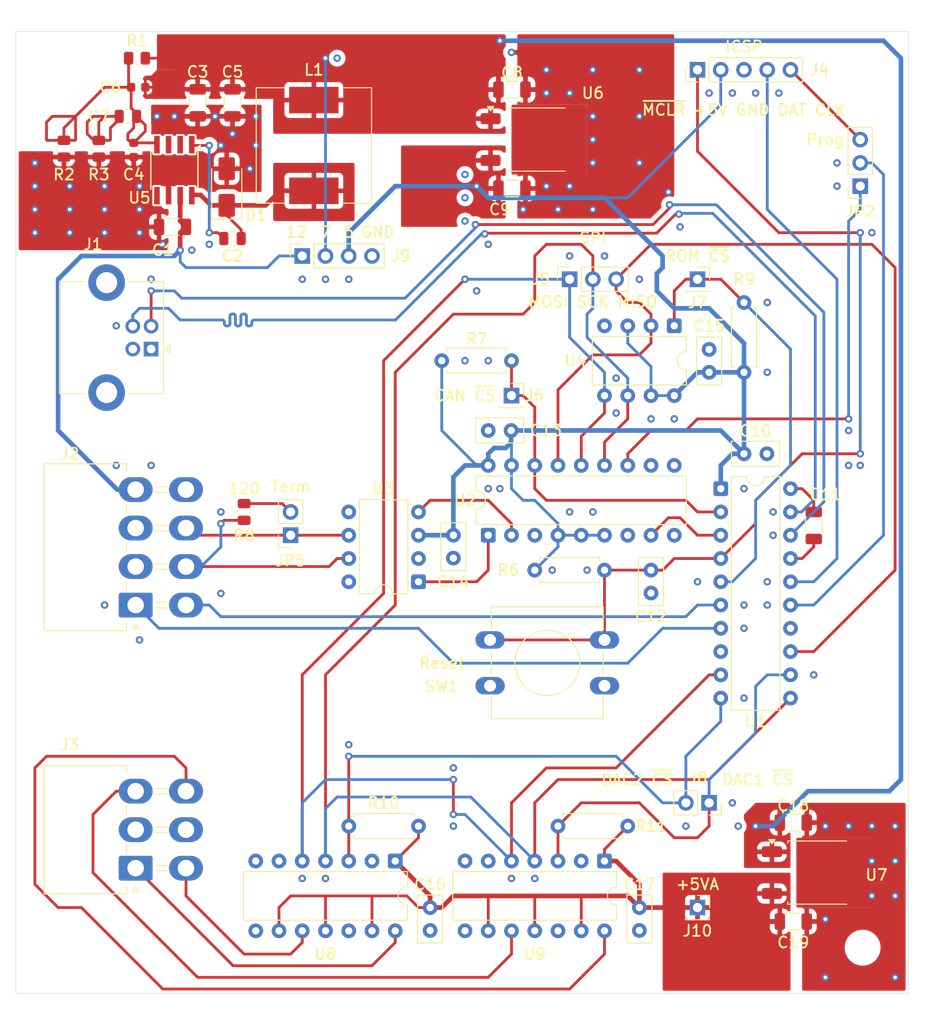
<source format=kicad_pcb>
(kicad_pcb (version 20241229) (generator "pcbnew") (generator_version "9.0")
  (title_block (title "CAN Gauge Interface") (date "2025-09-27") (rev "0.1") (company "Sam Anthony"))
  (layers (0 "F.Cu" signal) (4 "In1.Cu" signal) (6 "In2.Cu" signal) (2 "B.Cu" power) (13 "F.Paste" user) (15 "B.Paste" user) (5 "F.SilkS" user "F.Silkscreen") (7 "B.SilkS" user "B.Silkscreen") (1 "F.Mask" user) (3 "B.Mask" user) (25 "Edge.Cuts" user))
  (net 0 "")
  (net 1 "GND")
  (net 2 "+12V")
  (net 3 "Net-(U5-BOOT)")
  (net 4 "+7V")
  (net 5 "Net-(C7-Pad2)")
  (net 6 "+5V")
  (net 7 "Net-(U1-Vusb3v3)")
  (net 8 "/~{MCLR}")
  (net 9 "+5VA")
  (net 10 "/USB_D+")
  (net 11 "/USB_D-")
  (net 14 "/CAN_L")
  (net 15 "/Speed")
  (net 16 "/Tach")
  (net 17 "/CAN_H")
  (net 18 "/AN4")
  (net 19 "/AN2")
  (net 20 "/AN3")
  (net 21 "/AN1")
  (net 22 "/ICSP_CLK")
  (net 23 "/ICSP_DAT")
  (net 24 "/SCK")
  (net 25 "/MOSI")
  (net 26 "/MISO")
  (net 27 "/CAN_~{CS}")
  (net 28 "/ROM_~{CS}")
  (net 29 "/DAC2_~{CS}")
  (net 30 "/DAC1_~{CS}")
  (net 31 "/INT{slash}ICSP_CLK")
  (net 32 "/INT")
  (net 33 "Net-(JP5-B)")
  (net 35 "/CLK")
  (net 38 "/CAN_RX")
  (net 39 "/CAN_TX")
  (net 52 "/PH")
  (net 53 "/sense")
  (footprint "Connector_PinSocket_2.54mm:PinSocket_1x01_P2.54mm_Vertical" (layer "F.Cu") (at 124.46 129.54)
    (property "Reference" "J7")
    (property "Value" "ROM ~{CS}")
  )
  (footprint "Capacitor_SMD:C_1206_3216Metric" (layer "F.Cu") (at 104.189 119.634)
    (property "Reference" "C9")
    (property "Value" "10u" (hide yes))
  )
  (footprint "Capacitor_SMD:C_0805_2012Metric" (layer "F.Cu") (at 62.23 111.76 180)
    (property "Reference" "C7")
    (property "Value" "47n" (hide yes))
  )
  (footprint "Connector_PinSocket_2.54mm:PinSocket_1x04_P2.54mm_Vertical" (layer "F.Cu") (at 81.28 127 90)
    (property "Reference" "J9")
    (property "Value" "Conn_01x04_Socket" (hide yes))
  )
  (footprint "MountingHole:MountingHole_3.2mm_M3_DIN965" (layer "F.Cu") (at 55 202.5)
    (property "Reference" "H1" (hide yes))
    (property "Value" "MountingHole" (hide yes))
  )
  (footprint "Capacitor_SMD:C_1206_3216Metric" (layer "F.Cu") (at 134.923 199.644)
    (property "Reference" "C19")
    (property "Value" "10u" (hide yes))
  )
  (footprint "Resistor_THT:R_Axial_DIN0207_L6.3mm_D2.5mm_P7.62mm_Horizontal" (layer "F.Cu") (at 93.98 189.23 180)
    (property "Reference" "R10")
    (property "Value" "10k" (hide yes))
  )
  (footprint "Capacitor_SMD:C_1206_3216Metric" (layer "F.Cu") (at 134.923 188.849)
    (property "Reference" "C18")
    (property "Value" "10u" (hide yes))
  )
  (footprint "Package_TO_SOT_SMD:TO-252-2" (layer "F.Cu") (at 106.894 114.294)
    (property "Reference" "U6")
    (property "Value" "L78M05AB" (hide yes))
  )
  (footprint "Capacitor_THT:C_Disc_D5.0mm_W2.5mm_P2.50mm" (layer "F.Cu") (at 95.25 198.12 -90)
    (property "Reference" "C16")
    (property "Value" "100n" (hide yes))
  )
  (footprint "MountingHole:MountingHole_3.2mm_M3_DIN965" (layer "F.Cu") (at 142.5 202.5)
    (property "Reference" "H2" (hide yes))
    (property "Value" "MountingHole" (hide yes))
  )
  (footprint "Capacitor_SMD:C_0603_1608Metric" (layer "F.Cu") (at 62.865 115.43 -90)
    (property "Reference" "C4")
    (property "Value" "220p" (hide yes))
  )
  (footprint "footprints:Molex_Mini-Fit_Jr_5569-06A2_2x03_P4.20mm_Horizontal" (layer "F.Cu") (at 63.08 193.82 90)
    (property "Reference" "J3")
    (property "Value" "Analog")
  )
  (footprint "Resistor_SMD:R_0805_2012Metric" (layer "F.Cu") (at 63.2225 105.41)
    (property "Reference" "R1")
    (property "Value" "10k" (hide yes))
  )
  (footprint "footprints:USB_B_Lumberg_2411_02_Horizontal" (layer "F.Cu") (at 64.77 137.16 180)
    (property "Reference" "J1")
    (property "Value" "USB_B" (hide yes))
  )
  (footprint "Connector_PinSocket_2.54mm:PinSocket_1x02_P2.54mm_Vertical" (layer "F.Cu") (at 80.01 157.48 180)
    (property "Reference" "JP5")
    (property "Value" "Term")
  )
  (footprint "Capacitor_SMD:C_0603_1608Metric" (layer "F.Cu") (at 63.36 108.585)
    (property "Reference" "C6")
    (property "Value" "3300p" (hide yes))
  )
  (footprint "Inductor_SMD:L_12x12mm_H8mm" (layer "F.Cu") (at 82.55 114.935 90)
    (property "Reference" "L1")
    (property "Value" "150u" (hide yes))
  )
  (footprint "MountingHole:MountingHole_3.2mm_M3_DIN965" (layer "F.Cu") (at 55 107.5)
    (property "Reference" "H4" (hide yes))
    (property "Value" "MountingHole" (hide yes))
  )
  (footprint "Resistor_SMD:R_0805_2012Metric" (layer "F.Cu") (at 55.245 115.2925 -90)
    (property "Reference" "R2")
    (property "Value" "3k24" (hide yes))
  )
  (footprint "Resistor_THT:R_Axial_DIN0207_L6.3mm_D2.5mm_P7.62mm_Horizontal" (layer "F.Cu") (at 106.68 161.29)
    (property "Reference" "R6")
    (property "Value" "10k" (hide yes))
  )
  (footprint "Connector_PinSocket_2.54mm:PinSocket_1x02_P2.54mm_Vertical" (layer "F.Cu") (at 125.73 186.69 -90)
    (property "Reference" "J8")
    (property "Value" "DAC ~{CS}" (hide yes))
  )
  (footprint "Button_Switch_THT:SW_PUSH-12mm" (layer "F.Cu") (at 114.3 173.91 180)
    (property "Reference" "SW1")
    (property "Value" "Reset")
  )
  (footprint "Capacitor_SMD:C_1206_3216Metric" (layer "F.Cu") (at 69.85 110.285 -90)
    (property "Reference" "C3")
    (property "Value" "22u" (hide yes))
  )
  (footprint "Connector_PinSocket_2.54mm:PinSocket_1x01_P2.54mm_Vertical" (layer "F.Cu") (at 104.14 142.24)
    (property "Reference" "J6")
    (property "Value" "CAN ~{CS}")
  )
  (footprint "Resistor_THT:R_Axial_DIN0207_L6.3mm_D2.5mm_P7.62mm_Horizontal" (layer "F.Cu") (at 129.54 139.7 90)
    (property "Reference" "R9")
    (property "Value" "10k" (hide yes))
  )
  (footprint "Connector_PinSocket_2.54mm:PinSocket_1x03_P2.54mm_Vertical" (layer "F.Cu") (at 142.24 119.38 180)
    (property "Reference" "JP2")
    (property "Value" "Prog")
  )
  (footprint "Package_DIP:DIP-14_W7.62mm" (layer "F.Cu") (at 91.44 193.04 -90)
    (property "Reference" "U8")
    (property "Value" "MCP4912" (hide yes))
  )
  (footprint "Diode_SMD:D_SMA" (layer "F.Cu") (at 73.025 119.475 90)
    (property "Reference" "D1")
    (property "Value" "SS34" (hide yes))
  )
  (footprint "footprints:Molex_Mini-Fit_Jr_5569-08A2_2x04_P4.20mm_Horizontal" (layer "F.Cu") (at 63.08 165.1 90)
    (property "Reference" "J2")
    (property "Value" "Conn_02x04_Top_Bottom")
  )
  (footprint "Resistor_SMD:R_0805_2012Metric" (layer "F.Cu") (at 59.055 115.2925 -90)
    (property "Reference" "R3")
    (property "Value" "2k7" (hide yes))
  )
  (footprint "Package_DIP:DIP-8_W7.62mm" (layer "F.Cu") (at 93.98 162.56 180)
    (property "Reference" "U3")
    (property "Value" "MCP2561-E-P" (hide yes))
  )
  (footprint "Resistor_THT:R_Axial_DIN0207_L6.3mm_D2.5mm_P7.62mm_Horizontal" (layer "F.Cu") (at 96.52 138.43)
    (property "Reference" "R7")
    (property "Value" "10k" (hide yes))
  )
  (footprint "Capacitor_SMD:C_1206_3216Metric" (layer "F.Cu") (at 73.66 110.285 -90)
    (property "Reference" "C5")
    (property "Value" "22u" (hide yes))
  )
  (footprint "Connector_PinHeader_2.54mm:PinHeader_1x05_P2.54mm_Vertical" (layer "F.Cu") (at 124.46 106.68 90)
    (property "Reference" "J4")
    (property "Value" "ICSP")
  )
  (footprint "Capacitor_THT:C_Disc_D5.0mm_W2.5mm_P2.50mm" (layer "F.Cu") (at 97.79 159.98 90)
    (property "Reference" "C14")
    (property "Value" "100n" (hide yes))
  )
  (footprint "Connector_PinSocket_2.54mm:PinSocket_1x03_P2.54mm_Vertical" (layer "F.Cu") (at 110.49 129.54 90)
    (property "Reference" "J5")
    (property "Value" "SPI Debug" (hide yes))
  )
  (footprint "Capacitor_SMD:C_1206_3216Metric" (layer "F.Cu") (at 104.189 108.839)
    (property "Reference" "C8")
    (property "Value" "10u" (hide yes))
  )
  (footprint "Connector_PinSocket_2.54mm:PinSocket_1x01_P2.54mm_Vertical" (layer "F.Cu") (at 124.46 198.12)
    (property "Reference" "J10")
    (property "Value" "+5VA")
  )
  (footprint "Package_DIP:DIP-20_W7.62mm" (layer "F.Cu") (at 127 152.4)
    (property "Reference" "U1")
    (property "Value" "PIC16F1459-IP" (hide yes))
  )
  (footprint "Capacitor_SMD:C_0805_2012Metric" (layer "F.Cu") (at 73.66 125.095)
    (property "Reference" "C2")
    (property "Value" "10n" (hide yes))
  )
  (footprint "Package_SO:TI_SO-PowerPAD-8" (layer "F.Cu") (at 67.31 117.635 -90)
    (property "Reference" "U5")
    (property "Value" "TPS5430DDA" (hide yes))
  )
  (footprint "Capacitor_THT:C_Disc_D5.0mm_W2.5mm_P2.50mm" (layer "F.Cu") (at 119.38 161.29 -90)
    (property "Reference" "C12")
    (property "Value" "100n" (hide yes))
  )
  (footprint "Capacitor_THT:C_Disc_D5.0mm_W2.5mm_P2.50mm" (layer "F.Cu") (at 118.11 198.12 -90)
    (property "Reference" "C17")
    (property "Value" "100n" (hide yes))
  )
  (footprint "Resistor_SMD:R_0805_2012Metric" (layer "F.Cu") (at 74.93 154.94 -90)
    (property "Reference" "R8")
    (property "Value" "120")
  )
  (footprint "Capacitor_THT:C_Disc_D5.0mm_W2.5mm_P2.50mm" (layer "F.Cu") (at 129.54 148.59)
    (property "Reference" "C10")
    (property "Value" "100n" (hide yes))
  )
  (footprint "MountingHole:MountingHole_3.2mm_M3_DIN965" (layer "F.Cu") (at 142.5 107.5)
    (property "Reference" "H3" (hide yes))
    (property "Value" "MountingHole" (hide yes))
  )
  (footprint "Capacitor_THT:C_Disc_D5.0mm_W2.5mm_P2.50mm" (layer "F.Cu") (at 101.6 146.05)
    (property "Reference" "C13")
    (property "Value" "100n" (hide yes))
  )
  (footprint "Resistor_THT:R_Axial_DIN0207_L6.3mm_D2.5mm_P7.62mm_Horizontal" (layer "F.Cu") (at 116.84 189.23 180)
    (property "Reference" "R11")
    (property "Value" "10k" (hide yes))
  )
  (footprint "Package_DIP:DIP-18_W7.62mm" (layer "F.Cu") (at 101.6 157.48 90)
    (property "Reference" "U2")
    (property "Value" "MCP2515-I/P" (hide yes))
  )
  (footprint "Capacitor_SMD:C_1206_3216Metric" (layer "F.Cu") (at 137.16 156.415 90)
    (property "Reference" "C11")
    (property "Value" "1u" (hide yes))
  )
  (footprint "Package_DIP:DIP-8_W7.62mm" (layer "F.Cu") (at 121.92 134.62 -90)
    (property "Reference" "U4")
    (property "Value" "25LC160C" (hide yes))
  )
  (footprint "Package_TO_SOT_SMD:TO-252-2" (layer "F.Cu") (at 137.628 194.304)
    (property "Reference" "U7")
    (property "Value" "L78M05AB" (hide yes))
  )
  (footprint "Capacitor_SMD:C_1206_3216Metric" (layer "F.Cu") (at 67.105 123.825 180)
    (property "Reference" "C1")
    (property "Value" "22u" (hide yes))
  )
  (footprint "Capacitor_THT:C_Disc_D5.0mm_W2.5mm_P2.50mm" (layer "F.Cu") (at 125.73 137.2 -90)
    (property "Reference" "C15")
    (property "Value" "100n" (hide yes))
  )
  (footprint "Package_DIP:DIP-14_W7.62mm" (layer "F.Cu") (at 114.3 193.04 -90)
    (property "Reference" "U9")
    (property "Value" "MCP4912" (hide yes))
  )
  (gr_rect (start 50 102.5) (end 147.5 207.5) (stroke (width 0.05)) (fill no) (layer "Edge.Cuts"))
  (gr_text "SPI" (at 113.03 125.73 0) (layer "F.SilkS") (effects (font (size 1.2 1.2) (thickness 0.2) (bold yes)) (justify bottom)))
  (gr_text "12" (at 80.645 125.095 0) (layer "F.SilkS") (effects (font (size 1.2 1.2) (thickness 0.2) (bold yes)) (justify bottom)))
  (gr_text "~{MCLR} +5V GND DAT CLK" (at 129.54 111.76 0) (layer "F.SilkS") (effects (font (size 1.2 1.2) (thickness 0.2) (bold yes)) (justify bottom)))
  (gr_text "GND" (at 89.535 125.095 0) (layer "F.SilkS") (effects (font (size 1.2 1.2) (thickness 0.2) (bold yes)) (justify bottom)))
  (gr_text "7\n" (at 83.82 125.095 0) (layer "F.SilkS") (effects (font (size 1.2 1.2) (thickness 0.2) (bold yes)) (justify bottom)))
  (gr_text "DAC2 ~{CS}" (at 121.92 184.15 0) (layer "F.SilkS") (effects (font (size 1.2 1.2) (thickness 0.2) (bold yes)) (justify right)))
  (gr_text "DAC1 ~{CS}" (at 127 184.15 0) (layer "F.SilkS") (effects (font (size 1.2 1.2) (thickness 0.2) (bold yes)) (justify left)))
  (gr_text "MOSI SCK MISO" (at 113.03 132.715 0) (layer "F.SilkS") (effects (font (size 1.2 1.2) (thickness 0.2) (bold yes)) (justify bottom)))
  (gr_text "5" (at 86.36 125.095 0) (layer "F.SilkS") (effects (font (size 1.2 1.2) (thickness 0.2) (bold yes)) (justify bottom)))
  (segment (start 134.62 152.4) (end 135.89 152.4) (width 0.3048) (layer "F.Cu") (net 1))
  (segment (start 105.664 105.664) (end 105.664 108.839) (width 0.508) (layer "F.Cu") (net 1))
  (segment (start 104.14 104.775) (end 104.775 104.775) (width 0.508) (layer "F.Cu") (net 1))
  (segment (start 66.675 118.3775) (end 66.535 118.2375) (width 0.508) (layer "F.Cu") (net 1))
  (segment (start 137.16 153.67) (end 137.16 154.94) (width 0.3048) (layer "F.Cu") (net 1))
  (segment (start 104.775 104.775) (end 105.664 105.664) (width 0.508) (layer "F.Cu") (net 1))
  (segment (start 135.89 152.4) (end 137.16 153.67) (width 0.3048) (layer "F.Cu") (net 1))
  (segment (start 66.675 120.415) (end 66.675 118.3775) (width 0.508) (layer "F.Cu") (net 1))
  (via (at 128.27 109.22) (size 0.8128) (drill 0.4) (layers "F.Cu" "B.Cu") (net 1))
  (via (at 66.04 125.73) (size 0.8128) (drill 0.4) (layers "F.Cu" "B.Cu") (net 1))
  (via (at 71.755 111.76) (size 0.8128) (drill 0.4) (layers "F.Cu" "B.Cu") (net 1))
  (via (at 73.66 113.665) (size 0.8128) (drill 0.4) (layers "F.Cu" "B.Cu") (net 1))
  (via (at 122.555 123.825) (size 0.8128) (drill 0.4) (layers "F.Cu" "B.Cu") (net 1))
  (via (at 99.06 138.43) (size 0.8128) (drill 0.4) (layers "F.Cu" "B.Cu") (net 1))
  (via (at 63.5 124.46) (size 0.8128) (drill 0.4) (layers "F.Cu" "B.Cu") (net 1))
  (via (at 139.7 116.84) (size 0.8128) (drill 0.4) (layers "F.Cu" "B.Cu") (net 1))
  (via (at 110.49 109.22) (size 0.8128) (drill 0.4) (layers "F.Cu" "B.Cu") (net 1))
  (via (at 125.73 109.22) (size 0.8128) (drill 0.4) (layers "F.Cu" "B.Cu") (net 1))
  (via (at 113.03 111.76) (size 0.8128) (drill 0.4) (layers "F.Cu" "B.Cu") (net 1))
  (via (at 146.05 196.85) (size 0.8128) (drill 0.4) (layers "F.Cu" "B.Cu") (net 1))
  (via (at 118.11 129.54) (size 0.8128) (drill 0.4) (layers "F.Cu" "B.Cu") (net 1))
  (via (at 67.31 111.76) (size 0.8128) (drill 0.4) (layers "F.Cu" "B.Cu") (net 1))
  (via (at 110.49 119.38) (size 0.8128) (drill 0.4) (layers "F.Cu" "B.Cu") (net 1))
  (via (at 138.43 199.39) (size 0.8128) (drill 0.4) (layers "F.Cu" "B.Cu") (net 1))
  (via (at 69.215 126.365) (size 0.8128) (drill 0.4) (layers "F.Cu" "B.Cu") (net 1))
  (via (at 119.38 144.78) (size 0.8128) (drill 0.4) (layers "F.Cu" "B.Cu") (net 1))
  (via (at 146.05 193.04) (size 0.8128) (drill 0.4) (layers "F.Cu" "B.Cu") (net 1))
  (via (at 143.51 189.23) (size 0.8128) (drill 0.4) (layers "F.Cu" "B.Cu") (net 1))
  (via (at 75.565 117.475) (size 0.8128) (drill 0.4) (layers "F.Cu" "B.Cu") (net 1))
  (via (at 104.14 104.775) (size 0.8128) (drill 0.4) (layers "F.Cu" "B.Cu") (net 1))
  (via (at 81.28 129.54) (size 0.8128) (drill 0.4) (layers "F.Cu" "B.Cu") (net 1))
  (via (at 118.11 116.84) (size 0.8128) (drill 0.4) (layers "F.Cu" "B.Cu") (net 1))
  (via (at 65.405 111.76) (size 0.8128) (drill 0.4) (layers "F.Cu" "B.Cu") (net 1))
  (via (at 55.88 121.92) (size 0.8128) (drill 0.4) (layers "F.Cu" "B.Cu") (net 1))
  (via (at 121.285 120.015) (size 0.8128) (drill 0.4) (layers "F.Cu" "B.Cu") (net 1))
  (via (at 132.08 139.7) (size 0.8128) (drill 0.4) (layers "F.Cu" "B.Cu") (net 1))
  (via (at 138.43 189.23) (size 0.8128) (drill 0.4) (layers "F.Cu" "B.Cu") (net 1))
  (via (at 132.08 162.56) (size 0.8128) (drill 0.4) (layers "F.Cu" "B.Cu") (net 1))
  (via (at 110.49 127) (size 0.8128) (drill 0.4) (layers "F.Cu" "B.Cu") (net 1))
  (via (at 60.96 149.86) (size 0.8128) (drill 0.4) (layers "F.Cu" "B.Cu") (net 1))
  (via (at 128.905 189.23) (size 0.8128) (drill 0.4) (layers "F.Cu" "B.Cu") (net 1))
  (via (at 107.95 119.38) (size 0.8128) (drill 0.4) (layers "F.Cu" "B.Cu") (net 1))
  (via (at 99.06 120.65) (size 0.8128) (drill 0.4) (layers "F.Cu" "B.Cu") (net 1))
  (via (at 140.97 149.86) (size 0.8128) (drill 0.4) (layers "F.Cu" "B.Cu") (net 1))
  (via (at 142.24 149.86) (size 0.8128) (drill 0.4) (layers "F.Cu" "B.Cu") (net 1))
  (via (at 132.715 157.48) (size 0.8128) (drill 0.4) (layers "F.Cu" "B.Cu") (net 1))
  (via (at 64.77 149.86) (size 0.8128) (drill 0.4) (layers "F.Cu" "B.Cu") (net 1))
  (via (at 143.51 124.46) (size 0.8128) (drill 0.4) (layers "F.Cu" "B.Cu") (net 1))
  (via (at 128.27 186.69) (size 0.8128) (drill 0.4) (layers "F.Cu" "B.Cu") (net 1))
  (via (at 132.08 165.1) (size 0.8128) (drill 0.4) (layers "F.Cu" "B.Cu") (net 1))
  (via (at 85.09 105.41) (size 0.8128) (drill 0.4) (layers "F.Cu" "B.Cu") (net 1))
  (via (at 129.54 165.1) (size 0.8128) (drill 0.4) (layers "F.Cu" "B.Cu") (net 1))
  (via (at 130.81 109.22) (size 0.8128) (drill 0.4) (layers "F.Cu" "B.Cu") (net 1))
  (via (at 52.07 116.84) (size 0.8128) (drill 0.4) (layers "F.Cu" "B.Cu") (net 1))
  (via (at 129.54 152.4) (size 0.8128) (drill 0.4) (layers "F.Cu" "B.Cu") (net 1))
  (via (at 52.07 119.38) (size 0.8128) (drill 0.4) (layers "F.Cu" "B.Cu") (net 1))
  (via (at 59.69 165.1) (size 0.8128) (drill 0.4) (layers "F.Cu" "B.Cu") (net 1))
  (via (at 146.05 205.74) (size 0.8128) (drill 0.4) (layers "F.Cu" "B.Cu") (net 1))
  (via (at 101.6 125.73) (size 0.8128) (drill 0.4) (layers "F.Cu" "B.Cu") (net 1))
  (via (at 133.35 109.22) (size 0.8128) (drill 0.4) (layers "F.Cu" "B.Cu") (net 1))
  (via (at 109.22 121.92) (size 0.8128) (drill 0.4) (layers "F.Cu" "B.Cu") (net 1))
  (via (at 59.69 121.92) (size 0.8128) (drill 0.4) (layers "F.Cu" "B.Cu") (net 1))
  (via (at 115.57 140.335) (size 0.8128) (drill 0.4) (layers "F.Cu" "B.Cu") (net 1))
  (via (at 55.88 119.38) (size 0.8128) (drill 0.4) (layers "F.Cu" "B.Cu") (net 1))
  (via (at 72.39 163.83) (size 0.8128) (drill 0.4) (layers "F.Cu" "B.Cu") (net 1))
  (via (at 86.36 129.54) (size 0.8128) (drill 0.4) (layers "F.Cu" "B.Cu") (net 1))
  (via (at 106.68 194.945) (size 0.8128) (drill 0.4) (layers "F.Cu" "B.Cu") (net 1))
  (via (at 76.2 114.935) (size 0.8128) (drill 0.4) (layers "F.Cu" "B.Cu") (net 1))
  (via (at 112.395 161.29) (size 0.8128) (drill 0.4) (layers "F.Cu" "B.Cu") (net 1))
  (via (at 63.5 168.91) (size 0.8128) (drill 0.4) (layers "F.Cu" "B.Cu") (net 1))
  (via (at 121.92 144.78) (size 0.8128) (drill 0.4) (layers "F.Cu" "B.Cu") (net 1))
  (via (at 140.97 189.23) (size 0.8128) (drill 0.4) (layers "F.Cu" "B.Cu") (net 1))
  (via (at 113.03 114.3) (size 0.8128) (drill 0.4) (layers "F.Cu" "B.Cu") (net 1))
  (via (at 60.96 134.62) (size 0.8128) (drill 0.4) (layers "F.Cu" "B.Cu") (net 1))
  (via (at 115.57 144.145) (size 0.8128) (drill 0.4) (layers "F.Cu" "B.Cu") (net 1))
  (via (at 118.11 111.76) (size 0.8128) (drill 0.4) (layers "F.Cu" "B.Cu") (net 1))
  (via (at 71.12 125.73) (size 0.8128) (drill 0.4) (layers "F.Cu" "B.Cu") (net 1))
  (via (at 105.41 121.92) (size 0.8128) (drill 0.4) (layers "F.Cu" "B.Cu") (net 1))
  (via (at 138.43 205.74) (size 0.8128) (drill 0.4) (layers "F.Cu" "B.Cu") (net 1))
  (via (at 99.06 118.11) (size 0.8128) (drill 0.4) (layers "F.Cu" "B.Cu") (net 1))
  (via (at 100.33 130.81) (size 0.8128) (drill 0.4) (layers "F.Cu" "B.Cu") (net 1))
  (via (at 102.87 152.4) (size 0.8128) (drill 0.4) (layers "F.Cu" "B.Cu") (net 1))
  (via (at 72.39 114.935) (size 0.8128) (drill 0.4) (layers "F.Cu" "B.Cu") (net 1))
  (via (at 123.19 189.23) (size 0.8128) (drill 0.4) (layers "F.Cu" "B.Cu") (net 1))
  (via (at 83.82 129.54) (size 0.8128) (drill 0.4) (layers "F.Cu" "B.Cu") (net 1))
  (via (at 64.77 129.54) (size 0.8128) (drill 0.4) (layers "F.Cu" "B.Cu") (net 1))
  (via (at 104.14 194.945) (size 0.8128) (drill 0.4) (layers "F.Cu" "B.Cu") (net 1))
  (via (at 101.6 152.4) (size 0.8128) (drill 0.4) (layers "F.Cu" "B.Cu") (net 1))
  (via (at 63.5 121.92) (size 0.8128) (drill 0.4) (layers "F.Cu" "B.Cu") (net 1))
  (via (at 137.16 172.72) (size 0.8128) (drill 0.4) (layers "F.Cu" "B.Cu") (net 1))
  (via (at 107.95 109.22) (size 0.8128) (drill 0.4) (layers "F.Cu" "B.Cu") (net 1))
  (via (at 101.6 138.43) (size 0.8128) (drill 0.4) (layers "F.Cu" "B.Cu") (net 1))
  (via (at 97.79 189.23) (size 0.8128) (drill 0.4) (layers "F.Cu" "B.Cu") (net 1))
  (via (at 118.11 106.68) (size 0.8128) (drill 0.4) (layers "F.Cu" "B.Cu") (net 1))
  (via (at 52.07 124.46) (size 0.8128) (drill 0.4) (layers "F.Cu" "B.Cu") (net 1))
  (via (at 139.7 119.38) (size 0.8128) (drill 0.4) (layers "F.Cu" "B.Cu") (net 1))
  (via (at 83.82 194.945) (size 0.8128) (drill 0.4) (layers "F.Cu" "B.Cu") (net 1))
  (via (at 146.05 189.23) (size 0.8128) (drill 0.4) (layers "F.Cu" "B.Cu") (net 1))
  (via (at 113.03 121.92) (size 0.8128) (drill 0.4) (layers "F.Cu" "B.Cu") (net 1))
  (via (at 113.03 106.68) (size 0.8128) (drill 0.4) (layers "F.Cu" "B.Cu") (net 1))
  (via (at 72.39 154.94) (size 0.8128) (drill 0.4) (layers "F.Cu" "B.Cu") (net 1))
  (via (at 59.69 119.38) (size 0.8128) (drill 0.4) (layers "F.Cu" "B.Cu") (net 1))
  (via (at 129.54 175.26) (size 0.8128) (drill 0.4) (layers "F.Cu" "B.Cu") (net 1))
  (via (at 132.08 132.08) (size 0.8128) (drill 0.4) (layers "F.Cu" "B.Cu") (net 1))
  (via (at 81.28 194.945) (size 0.8128) (drill 0.4) (layers "F.Cu" "B.Cu") (net 1))
  (via (at 97.79 182.88) (size 0.8128) (drill 0.4) (layers "F.Cu" "B.Cu") (net 1))
  (via (at 124.46 162.56) (size 0.8128) (drill 0.4) (layers "F.Cu" "B.Cu") (net 1))
  (via (at 55.88 124.46) (size 0.8128) (drill 0.4) (layers "F.Cu" "B.Cu") (net 1))
  (via (at 108.585 161.29) (size 0.8128) (drill 0.4) (layers "F.Cu" "B.Cu") (net 1))
  (via (at 132.715 154.94) (size 0.8128) (drill 0.4) (layers "F.Cu" "B.Cu") (net 1))
  (via (at 143.51 196.85) (size 0.8128) (drill 0.4) (layers "F.Cu" "B.Cu") (net 1))
  (via (at 110.49 154.94) (size 0.8128) (drill 0.4) (layers "F.Cu" "B.Cu") (net 1))
  (via (at 113.03 154.94) (size 0.8128) (drill 0.4) (layers "F.Cu" "B.Cu") (net 1))
  (via (at 113.03 116.84) (size 0.8128) (drill 0.4) (layers "F.Cu" "B.Cu") (net 1))
  (via (at 63.5 119.38) (size 0.8128) (drill 0.4) (layers "F.Cu" "B.Cu") (net 1))
  (via (at 59.69 124.46) (size 0.8128) (drill 0.4) (layers "F.Cu" "B.Cu") (net 1))
  (via (at 76.2 111.76) (size 0.8128) (drill 0.4) (layers "F.Cu" "B.Cu") (net 1))
  (via (at 86.36 180.34) (size 0.8128) (drill 0.4) (layers "F.Cu" "B.Cu") (net 1))
  (via (at 129.54 167.64) (size 0.8128) (drill 0.4) (layers "F.Cu" "B.Cu") (net 1))
  (via (at 143.51 193.04) (size 0.8128) (drill 0.4) (layers "F.Cu" "B.Cu") (net 1))
  (via (at 99.06 123.19) (size 0.8128) (drill 0.4) (layers "F.Cu" "B.Cu") (net 1))
  (via (at 107.95 106.68) (size 0.8128) (drill 0.4) (layers "F.Cu" "B.Cu") (net 1))
  (via (at 52.07 121.92) (size 0.8128) (drill 0.4) (layers "F.Cu" "B.Cu") (net 1))
  (via (at 114.3 127) (size 0.8128) (drill 0.4) (layers "F.Cu" "B.Cu") (net 1))
  (via (at 140.97 146.05) (size 0.8128) (drill 0.4) (layers "F.Cu" "B.Cu") (net 1))
  (segment (start 67.945 124.46) (end 67.945 126.365) (width 0.508) (layer "F.Cu") (net 2))
  (segment (start 67.945 123.19) (end 68.58 123.825) (width 0.508) (layer "F.Cu") (net 2))
  (segment (start 68.58 123.825) (end 67.945 124.46) (width 0.508) (layer "F.Cu") (net 2))
  (segment (start 67.945 120.335) (end 67.945 123.19) (width 0.508) (layer "F.Cu") (net 2))
  (via (at 67.945 126.365) (size 0.8128) (drill 0.4) (layers "F.Cu" "B.Cu") (net 2))
  (segment (start 54.61 146.05) (end 61.06 152.5) (width 0.508) (layer "B.Cu") (net 2))
  (segment (start 67.945 126.365) (end 67.31 127) (width 0.508) (layer "B.Cu") (net 2))
  (segment (start 77.47 128.27) (end 68.58 128.27) (width 0.3048) (layer "B.Cu") (net 2))
  (segment (start 68.58 128.27) (end 67.945 127.635) (width 0.3048) (layer "B.Cu") (net 2))
  (segment (start 67.31 127) (end 57.15 127) (width 0.508) (layer "B.Cu") (net 2))
  (segment (start 57.15 127) (end 54.61 129.54) (width 0.508) (layer "B.Cu") (net 2))
  (segment (start 61.06 152.5) (end 63.08 152.5) (width 0.508) (layer "B.Cu") (net 2))
  (segment (start 78.74 127) (end 77.47 128.27) (width 0.3048) (layer "B.Cu") (net 2))
  (segment (start 54.61 129.54) (end 54.61 146.05) (width 0.508) (layer "B.Cu") (net 2))
  (segment (start 81.28 127) (end 78.74 127) (width 0.3048) (layer "B.Cu") (net 2))
  (segment (start 67.945 127.635) (end 67.945 126.365) (width 0.3048) (layer "B.Cu") (net 2))
  (segment (start 69.215 114.935) (end 71.12 114.935) (width 0.3048) (layer "F.Cu") (net 3))
  (segment (start 72.075 124.46) (end 72.71 125.095) (width 0.3048) (layer "F.Cu") (net 3))
  (segment (start 71.12 124.46) (end 72.075 124.46) (width 0.3048) (layer "F.Cu") (net 3))
  (via (at 71.12 114.935) (size 0.8128) (drill 0.4) (layers "F.Cu" "B.Cu") (net 3))
  (via (at 71.12 124.46) (size 0.8128) (drill 0.4) (layers "F.Cu" "B.Cu") (net 3))
  (segment (start 71.12 114.935) (end 71.12 124.46) (width 0.3048) (layer "B.Cu") (net 3))
  (segment (start 83.82 105.41) (end 82.55 106.68) (width 0.3048) (layer "F.Cu") (net 4))
  (segment (start 102.714 103.661) (end 102.87 103.505) (width 0.508) (layer "F.Cu") (net 4))
  (segment (start 69.85 107.315) (end 69.85 108.81) (width 0.3048) (layer "F.Cu") (net 4))
  (segment (start 102.714 108.839) (end 102.714 103.661) (width 0.508) (layer "F.Cu") (net 4))
  (segment (start 64.135 105.41) (end 67.945 105.41) (width 0.3048) (layer "F.Cu") (net 4))
  (segment (start 67.945 105.41) (end 69.85 107.315) (width 0.3048) (layer "F.Cu") (net 4))
  (segment (start 82.55 106.68) (end 82.55 109.985) (width 0.3048) (layer "F.Cu") (net 4))
  (via (at 102.87 103.505) (size 0.8128) (drill 0.4) (layers "F.Cu" "B.Cu") (net 4))
  (via (at 83.82 105.41) (size 0.8128) (drill 0.4) (layers "F.Cu" "B.Cu") (net 4))
  (via (at 130.81 189.23) (size 0.8128) (drill 0.4) (layers "F.Cu" "B.Cu") (net 4))
  (segment (start 146.685 105.41) (end 146.685 184.15) (width 0.508) (layer "B.Cu") (net 4))
  (segment (start 102.87 103.505) (end 144.78 103.505) (width 0.508) (layer "B.Cu") (net 4))
  (segment (start 83.82 127) (end 83.82 105.41) (width 0.3048) (layer "B.Cu") (net 4))
  (segment (start 144.78 103.505) (end 146.685 105.41) (width 0.508) (layer "B.Cu") (net 4))
  (segment (start 146.685 184.15) (end 145.415 185.42) (width 0.508) (layer "B.Cu") (net 4))
  (segment (start 136.525 185.42) (end 132.715 189.23) (width 0.508) (layer "B.Cu") (net 4))
  (segment (start 145.415 185.42) (end 136.525 185.42) (width 0.508) (layer "B.Cu") (net 4))
  (segment (start 132.715 189.23) (end 130.81 189.23) (width 0.508) (layer "B.Cu") (net 4))
  (segment (start 59.055 112.395) (end 59.055 114.38) (width 0.3048) (layer "F.Cu") (net 5))
  (segment (start 57.785 113.665) (end 57.785 112.395) (width 0.3048) (layer "F.Cu") (net 5))
  (segment (start 59.055 114.38) (end 60.245 114.38) (width 0.3048) (layer "F.Cu") (net 5))
  (segment (start 61.28 111.76) (end 59.69 111.76) (width 0.3048) (layer "F.Cu") (net 5))
  (segment (start 58.42 111.76) (end 59.69 111.76) (width 0.3048) (layer "F.Cu") (net 5))
  (segment (start 58.5 114.38) (end 57.785 113.665) (width 0.3048) (layer "F.Cu") (net 5))
  (segment (start 57.785 112.395) (end 58.42 111.76) (width 0.3048) (layer "F.Cu") (net 5))
  (segment (start 59.69 111.76) (end 59.055 112.395) (width 0.3048) (layer "F.Cu") (net 5))
  (segment (start 60.325 113.03) (end 60.96 112.395) (width 0.3048) (layer "F.Cu") (net 5))
  (segment (start 60.245 114.38) (end 60.325 114.3) (width 0.3048) (layer "F.Cu") (net 5))
  (segment (start 60.325 114.3) (end 60.325 113.03) (width 0.3048) (layer "F.Cu") (net 5))
  (segment (start 59.055 114.38) (end 58.5 114.38) (width 0.3048) (layer "F.Cu") (net 5))
  (segment (start 102.714 119.634) (end 100.584 119.634) (width 0.508) (layer "F.Cu") (net 6))
  (segment (start 100.584 119.634) (end 100.33 119.38) (width 0.508) (layer "F.Cu") (net 6))
  (via (at 100.33 119.38) (size 0.8128) (drill 0.4) (layers "F.Cu" "B.Cu") (net 6))
  (segment (start 119.38 139.065) (end 116.84 136.525) (width 0.3048) (layer "B.Cu") (net 6))
  (segment (start 119.38 142.24) (end 121.92 142.24) (width 0.3048) (layer "B.Cu") (net 6))
  (segment (start 128.27 148.59) (end 127 149.86) (width 0.508) (layer "B.Cu") (net 6))
  (segment (start 119.38 142.24) (end 119.38 139.065) (width 0.3048) (layer "B.Cu") (net 6))
  (segment (start 86.36 127) (end 86.36 124.46) (width 0.508) (layer "B.Cu") (net 6))
  (segment (start 129.54 148.59) (end 127 146.05) (width 0.508) (layer "B.Cu") (net 6))
  (segment (start 101.6 149.86) (end 99.06 149.86) (width 0.508) (layer "B.Cu") (net 6))
  (segment (start 96.52 146.05) (end 100.33 149.86) (width 0.3048) (layer "B.Cu") (net 6))
  (segment (start 100.33 149.86) (end 101.6 149.86) (width 0.3048) (layer "B.Cu") (net 6))
  (segment (start 100.33 119.38) (end 101.6 120.65) (width 0.508) (layer "B.Cu") (net 6))
  (segment (start 91.44 119.38) (end 100.33 119.38) (width 0.508) (layer "B.Cu") (net 6))
  (segment (start 109.22 156.21) (end 109.22 157.48) (width 0.3048) (layer "B.Cu") (net 6))
  (segment (start 124.46 139.7) (end 121.92 142.24) (width 0.508) (layer "B.Cu") (net 6))
  (segment (start 120.65 128.27) (end 120.015 128.905) (width 0.508) (layer "B.Cu") (net 6))
  (segment (start 120.015 128.905) (end 120.015 130.81) (width 0.508) (layer "B.Cu") (net 6))
  (segment (start 97.79 151.13) (end 97.79 157.48) (width 0.508) (layer "B.Cu") (net 6))
  (segment (start 125.73 132.715) (end 129.54 136.525) (width 0.508) (layer "B.Cu") (net 6))
  (segment (start 127 149.86) (end 127 152.4) (width 0.508) (layer "B.Cu") (net 6))
  (segment (start 109.22 158.75) (end 106.68 161.29) (width 0.3048) (layer "B.Cu") (net 6))
  (segment (start 104.14 149.86) (end 104.14 152.4) (width 0.3048) (layer "B.Cu") (net 6))
  (segment (start 125.73 139.7) (end 124.46 139.7) (width 0.508) (layer "B.Cu") (net 6))
  (segment (start 120.65 127) (end 120.65 128.27) (width 0.508) (layer "B.Cu") (net 6))
  (segment (start 109.22 157.48) (end 114.3 157.48) (width 0.3048) (layer "B.Cu") (net 6))
  (segment (start 121.92 132.715) (end 125.73 132.715) (width 0.508) (layer "B.Cu") (net 6))
  (segment (start 97.79 157.48) (end 93.98 157.48) (width 0.508) (layer "B.Cu") (net 6))
  (segment (start 127 106.68) (end 127 110.49) (width 0.3048) (layer "B.Cu") (net 6))
  (segment (start 129.54 139.7) (end 129.54 148.59) (width 0.508) (layer "B.Cu") (net 6))
  (segment (start 105.41 153.67) (end 106.68 153.67) (width 0.3048) (layer "B.Cu") (net 6))
  (segment (start 99.06 149.86) (end 97.79 151.13) (width 0.508) (layer "B.Cu") (net 6))
  (segment (start 101.6 148.59) (end 101.6 149.86) (width 0.508) (layer "B.Cu") (net 6))
  (segment (start 114.3 120.65) (end 120.65 127) (width 0.508) (layer "B.Cu") (net 6))
  (segment (start 120.015 130.81) (end 121.92 132.715) (width 0.508) (layer "B.Cu") (net 6))
  (segment (start 129.54 136.525) (end 129.54 139.7) (width 0.508) (layer "B.Cu") (net 6))
  (segment (start 104.14 149.86) (end 104.14 146.09) (width 0.3048) (layer "B.Cu") (net 6))
  (segment (start 86.36 124.46) (end 91.44 119.38) (width 0.508) (layer "B.Cu") (net 6))
  (segment (start 129.54 139.7) (end 125.73 139.7) (width 0.508) (layer "B.Cu") (net 6))
  (segment (start 109.22 157.48) (end 109.22 158.75) (width 0.3048) (layer "B.Cu") (net 6))
  (segment (start 103.505 147.955) (end 102.235 147.955) (width 0.508) (layer "B.Cu") (net 6))
  (segment (start 127 146.05) (end 104.1 146.05) (width 0.508) (layer "B.Cu") (net 6))
  (segment (start 127 110.49) (end 116.84 120.65) (width 0.3048) (layer "B.Cu") (net 6))
  (segment (start 101.6 120.65) (end 114.3 120.65) (width 0.508) (layer "B.Cu") (net 6))
  (segment (start 102.235 147.955) (end 101.6 148.59) (width 0.508) (layer "B.Cu") (net 6))
  (segment (start 96.52 138.43) (end 96.52 146.05) (width 0.3048) (layer "B.Cu") (net 6))
  (segment (start 106.68 153.67) (end 109.22 156.21) (width 0.3048) (layer "B.Cu") (net 6))
  (segment (start 129.54 148.59) (end 128.27 148.59) (width 0.508) (layer "B.Cu") (net 6))
  (segment (start 104.1 146.05) (end 104.1 147.36) (width 0.508) (layer "B.Cu") (net 6))
  (segment (start 116.84 120.65) (end 114.3 120.65) (width 0.3048) (layer "B.Cu") (net 6))
  (segment (start 116.84 136.525) (end 116.84 134.62) (width 0.3048) (layer "B.Cu") (net 6))
  (segment (start 104.14 146.09) (end 104.1 146.05) (width 0.3048) (layer "B.Cu") (net 6))
  (segment (start 104.1 147.36) (end 103.505 147.955) (width 0.508) (layer "B.Cu") (net 6))
  (segment (start 104.14 152.4) (end 105.41 153.67) (width 0.3048) (layer "B.Cu") (net 6))
  (segment (start 137.16 158.75) (end 137.16 157.89) (width 0.3048) (layer "F.Cu") (net 7))
  (segment (start 135.89 160.02) (end 137.16 158.75) (width 0.3048) (layer "F.Cu") (net 7))
  (segment (start 134.62 160.02) (end 135.89 160.02) (width 0.3048) (layer "F.Cu") (net 7))
  (segment (start 130.81 153.67) (end 135.89 148.59) (width 0.3048) (layer "F.Cu") (net 8))
  (segment (start 135.89 148.59) (end 140.97 148.59) (width 0.3048) (layer "F.Cu") (net 8))
  (segment (start 120.65 161.29) (end 119.38 161.29) (width 0.3048) (layer "F.Cu") (net 8))
  (segment (start 130.81 156.21) (end 130.81 153.67) (width 0.3048) (layer "F.Cu") (net 8))
  (segment (start 119.38 161.29) (end 114.3 161.29) (width 0.3048) (layer "F.Cu") (net 8))
  (segment (start 133.35 124.46) (end 124.46 115.57) (width 0.3048) (layer "F.Cu") (net 8))
  (segment (start 140.97 148.59) (end 142.24 148.59) (width 0.3048) (layer "F.Cu") (net 8))
  (segment (start 121.92 160.02) (end 120.65 161.29) (width 0.3048) (layer "F.Cu") (net 8))
  (segment (start 114.3 168.91) (end 101.8 168.91) (width 0.3048) (layer "F.Cu") (net 8))
  (segment (start 124.46 115.57) (end 124.46 106.68) (width 0.3048) (layer "F.Cu") (net 8))
  (segment (start 142.24 124.46) (end 133.35 124.46) (width 0.3048) (layer "F.Cu") (net 8))
  (segment (start 114.3 161.29) (end 114.3 168.91) (width 0.3048) (layer "F.Cu") (net 8))
  (segment (start 127 160.02) (end 121.92 160.02) (width 0.3048) (layer "F.Cu") (net 8))
  (segment (start 127 160.02) (end 130.81 156.21) (width 0.3048) (layer "F.Cu") (net 8))
  (via (at 142.24 124.46) (size 0.8128) (drill 0.4) (layers "F.Cu" "B.Cu") (net 8))
  (via (at 142.24 148.59) (size 0.8128) (drill 0.4) (layers "F.Cu" "B.Cu") (net 8))
  (segment (start 142.24 148.59) (end 142.24 124.46) (width 0.3048) (layer "B.Cu") (net 8))
  (segment (start 106.68 196.85) (end 111.76 196.85) (width 0.508) (layer "F.Cu") (net 9))
  (segment (start 95.25 198.12) (end 95.25 196.85) (width 0.508) (layer "F.Cu") (net 9))
  (segment (start 80.01 196.85) (end 83.82 196.85) (width 0.3048) (layer "F.Cu") (net 9))
  (segment (start 88.9 196.85) (end 92.71 196.85) (width 0.3048) (layer "F.Cu") (net 9))
  (segment (start 95.25 196.85) (end 91.44 193.04) (width 0.508) (layer "F.Cu") (net 9))
  (segment (start 93.98 198.12) (end 95.25 198.12) (width 0.3048) (layer "F.Cu") (net 9))
  (segment (start 92.71 196.85) (end 93.98 198.12) (width 0.3048) (layer "F.Cu") (net 9))
  (segment (start 101.6 196.85) (end 106.68 196.85) (width 0.508) (layer "F.Cu") (net 9))
  (segment (start 83.82 200.66) (end 83.82 196.85) (width 0.3048) (layer "F.Cu") (net 9))
  (segment (start 88.9 200.66) (end 88.9 196.85) (width 0.3048) (layer "F.Cu") (net 9))
  (segment (start 116.84 196.85) (end 118.11 198.12) (width 0.508) (layer "F.Cu") (net 9))
  (segment (start 124.46 198.12) (end 127 198.12) (width 0.508) (layer "F.Cu") (net 9))
  (segment (start 118.11 198.12) (end 118.11 195.58) (width 0.508) (layer "F.Cu") (net 9))
  (segment (start 116.84 189.23) (end 114.3 191.77) (width 0.3048) (layer "F.Cu") (net 9))
  (segment (start 118.11 198.12) (end 124.46 198.12) (width 0.508) (layer "F.Cu") (net 9))
  (segment (start 128.524 199.644) (end 133.448 199.644) (width 0.508) (layer "F.Cu") (net 9))
  (segment (start 127 198.12) (end 128.524 199.644) (width 0.508) (layer "F.Cu") (net 9))
  (segment (start 115.57 193.04) (end 114.3 193.04) (width 0.508) (layer "F.Cu") (net 9))
  (segment (start 78.74 200.66) (end 78.74 198.12) (width 0.3048) (layer "F.Cu") (net 9))
  (segment (start 83.82 196.85) (end 88.9 196.85) (width 0.3048) (layer "F.Cu") (net 9))
  (segment (start 118.11 195.58) (end 115.57 193.04) (width 0.508) (layer "F.Cu") (net 9))
  (segment (start 78.74 198.12) (end 80.01 196.85) (width 0.3048) (layer "F.Cu") (net 9))
  (segment (start 111.76 200.66) (end 111.76 196.85) (width 0.3048) (layer "F.Cu") (net 9))
  (segment (start 111.76 196.85) (end 116.84 196.85) (width 0.508) (layer "F.Cu") (net 9))
  (segment (start 101.6 200.66) (end 101.6 196.85) (width 0.3048) (layer "F.Cu") (net 9))
  (segment (start 96.52 198.12) (end 97.79 196.85) (width 0.508) (layer "F.Cu") (net 9))
  (segment (start 93.98 190.5) (end 91.44 193.04) (width 0.3048) (layer "F.Cu") (net 9))
  (segment (start 97.79 196.85) (end 101.6 196.85) (width 0.508) (layer "F.Cu") (net 9))
  (segment (start 114.3 191.77) (end 114.3 193.04) (width 0.3048) (layer "F.Cu") (net 9))
  (segment (start 106.68 200.66) (end 106.68 196.85) (width 0.3048) (layer "F.Cu") (net 9))
  (segment (start 93.98 189.23) (end 93.98 190.5) (width 0.3048) (layer "F.Cu") (net 9))
  (segment (start 95.25 198.12) (end 96.52 198.12) (width 0.508) (layer "F.Cu") (net 9))
  (segment (start 119.992911 124.511628) (end 122.072664 122.431875) (width 0.3048) (layer "F.Cu") (net 10))
  (segment (start 122.072664 122.431875) (end 122.431875 122.431875) (width 0.3048) (layer "F.Cu") (net 10))
  (segment (start 101.302122 124.511628) (end 119.992911 124.511628) (width 0.3048) (layer "F.Cu") (net 10))
  (segment (start 101.218172 124.595578) (end 101.302122 124.511628) (width 0.3048) (layer "F.Cu") (net 10))
  (via (at 122.431875 122.431875) (size 0.8128) (drill 0.4) (layers "F.Cu" "B.Cu") (net 10))
  (via (at 101.218172 124.595578) (size 0.8128) (drill 0.4) (layers "F.Cu" "B.Cu") (net 10))
  (segment (start 73.017588 134.636703) (end 73.137588 134.636703) (width 0.3048) (layer "B.Cu") (net 10))
  (segment (start 74.577588 134.396703) (end 74.577588 133.985) (width 0.3048) (layer "B.Cu") (net 10))
  (segment (start 75.417588 134.636689) (end 75.537588 134.636689) (width 0.3048) (layer "B.Cu") (net 10))
  (segment (start 75.177588 133.573297) (end 75.177588 133.985) (width 0.3048) (layer "B.Cu") (net 10))
  (segment (start 84.395645 133.985) (end 91.46954 133.985) (width 0.3048) (layer "B.Cu") (net 10))
  (segment (start 62.77 133.445) (end 63.5 132.715) (width 0.3048) (layer "B.Cu") (net 10))
  (segment (start 74.577588 133.985) (end 74.577588 133.573297) (width 0.3048) (layer "B.Cu") (net 10))
  (segment (start 73.377588 134.225) (end 73.377588 133.985) (width 0.3048) (layer "B.Cu") (net 10))
  (segment (start 91.46954 133.985) (end 100.858961 124.595578) (width 0.3048) (layer "B.Cu") (net 10))
  (segment (start 72.777588 134.225) (end 72.777588 134.396703) (width 0.3048) (layer "B.Cu") (net 10))
  (segment (start 137.3251 133.54464) (end 137.3251 153.445822) (width 0.3048) (layer "B.Cu") (net 10))
  (segment (start 73.617588 133.333297) (end 73.737588 133.333297) (width 0.3048) (layer "B.Cu") (net 10))
  (segment (start 122.431875 122.431875) (end 122.515825 122.347925) (width 0.3048) (layer "B.Cu") (net 10))
  (segment (start 75.177588 134.225) (end 75.177588 134.396689) (width 0.3048) (layer "B.Cu") (net 10))
  (segment (start 122.515825 122.347925) (end 126.128385 122.347925) (width 0.3048) (layer "B.Cu") (net 10))
  (segment (start 74.217588 134.636703) (end 74.337588 134.636703) (width 0.3048) (layer "B.Cu") (net 10))
  (segment (start 73.977588 133.985) (end 73.977588 134.396703) (width 0.3048) (layer "B.Cu") (net 10))
  (segment (start 74.817588 133.333297) (end 74.937588 133.333297) (width 0.3048) (layer "B.Cu") (net 10))
  (segment (start 62.77 134.66) (end 62.77 133.445) (width 0.3048) (layer "B.Cu") (net 10))
  (segment (start 73.377588 134.396703) (end 73.377588 134.225) (width 0.3048) (layer "B.Cu") (net 10))
  (segment (start 66.675 132.715) (end 67.945 133.985) (width 0.3048) (layer "B.Cu") (net 10))
  (segment (start 67.945 133.985) (end 72.537588 133.985) (width 0.3048) (layer "B.Cu") (net 10))
  (segment (start 75.777588 134.396689) (end 75.777588 134.225) (width 0.3048) (layer "B.Cu") (net 10))
  (segment (start 73.377588 133.985) (end 73.377588 133.573297) (width 0.3048) (layer "B.Cu") (net 10))
  (segment (start 63.5 132.715) (end 66.675 132.715) (width 0.3048) (layer "B.Cu") (net 10))
  (segment (start 75.177588 133.985) (end 75.177588 134.225) (width 0.3048) (layer "B.Cu") (net 10))
  (segment (start 135.830922 154.94) (end 134.62 154.94) (width 0.3048) (layer "B.Cu") (net 10))
  (segment (start 73.977588 133.573297) (end 73.977588 133.985) (width 0.3048) (layer "B.Cu") (net 10))
  (segment (start 76.017588 133.985) (end 76.137588 133.985) (width 0.3048) (layer "B.Cu") (net 10))
  (segment (start 137.3251 153.445822) (end 135.830922 154.94) (width 0.3048) (layer "B.Cu") (net 10))
  (segment (start 126.128385 122.347925) (end 137.3251 133.54464) (width 0.3048) (layer "B.Cu") (net 10))
  (segment (start 76.137588 133.985) (end 84.395645 133.985) (width 0.3048) (layer "B.Cu") (net 10))
  (segment (start 100.858961 124.595578) (end 101.218172 124.595578) (width 0.3048) (layer "B.Cu") (net 10))
  (arc (start 73.977588 134.396703) (mid 74.047882 134.566409) (end 74.217588 134.636703) (width 0.3048) (layer "B.Cu") (net 10))
  (arc (start 73.137588 134.636703) (mid 73.307294 134.566409) (end 73.377588 134.396703) (width 0.3048) (layer "B.Cu") (net 10))
  (arc (start 72.777588 134.396703) (mid 72.847882 134.566409) (end 73.017588 134.636703) (width 0.3048) (layer "B.Cu") (net 10))
  (arc (start 74.577588 133.573297) (mid 74.647882 133.403591) (end 74.817588 133.333297) (width 0.3048) (layer "B.Cu") (net 10))
  (arc (start 75.537588 134.636689) (mid 75.707294 134.566395) (end 75.777588 134.396689) (width 0.3048) (layer "B.Cu") (net 10))
  (arc (start 75.777588 134.225) (mid 75.847882 134.055294) (end 76.017588 133.985) (width 0.3048) (layer "B.Cu") (net 10))
  (arc (start 73.737588 133.333297) (mid 73.907294 133.403591) (end 73.977588 133.573297) (width 0.3048) (layer "B.Cu") (net 10))
  (arc (start 73.377588 133.573297) (mid 73.447882 133.403591) (end 73.617588 133.333297) (width 0.3048) (layer "B.Cu") (net 10))
  (arc (start 75.177588 134.396689) (mid 75.247882 134.566395) (end 75.417588 134.636689) (width 0.3048) (layer "B.Cu") (net 10))
  (arc (start 74.937588 133.333297) (mid 75.107294 133.403591) (end 75.177588 133.573297) (width 0.3048) (layer "B.Cu") (net 10))
  (arc (start 74.337588 134.636703) (mid 74.507294 134.566409) (end 74.577588 134.396703) (width 0.3048) (layer "B.Cu") (net 10))
  (arc (start 72.537588 133.985) (mid 72.707294 134.055294) (end 72.777588 134.225) (width 0.3048) (layer "B.Cu") (net 10))
  (segment (start 100.194422 123.571828) (end 119.603633 123.571828) (width 0.3048) (layer "F.Cu") (net 11))
  (segment (start 121.408125 121.767336) (end 121.408125 121.408125) (width 0.3048) (layer "F.Cu") (net 11))
  (segment (start 64.77 130.81) (end 64.77 134.66) (width 0.3048) (layer "F.Cu") (net 11))
  (segment (start 119.603633 123.571828) (end 121.408125 121.767336) (width 0.3048) (layer "F.Cu") (net 11))
  (via (at 100.194422 123.571828) (size 0.8128) (drill 0.4) (layers "F.Cu" "B.Cu") (net 11))
  (via (at 121.408125 121.408125) (size 0.8128) (drill 0.4) (layers "F.Cu" "B.Cu") (net 11))
  (via (at 64.77 130.81) (size 0.8128) (drill 0.4) (layers "F.Cu" "B.Cu") (net 11))
  (segment (start 126.517665 121.408125) (end 138.2649 133.15536) (width 0.3048) (layer "B.Cu") (net 11))
  (segment (start 138.2649 133.15536) (end 138.2649 153.8351) (width 0.3048) (layer "B.Cu") (net 11))
  (segment (start 67.31 130.81) (end 68.1101 131.6101) (width 0.3048) (layer "B.Cu") (net 11))
  (segment (start 68.1101 131.6101) (end 92.51536 131.6101) (width 0.3048) (layer "B.Cu") (net 11))
  (segment (start 100.194422 123.931039) (end 100.194422 123.571828) (width 0.3048) (layer "B.Cu") (net 11))
  (segment (start 64.77 130.81) (end 67.31 130.81) (width 0.3048) (layer "B.Cu") (net 11))
  (segment (start 121.408125 121.408125) (end 126.517665 121.408125) (width 0.3048) (layer "B.Cu") (net 11))
  (segment (start 92.51536 131.6101) (end 100.194422 123.931039) (width 0.3048) (layer "B.Cu") (net 11))
  (segment (start 138.2649 153.8351) (end 134.62 157.48) (width 0.3048) (layer "B.Cu") (net 11))
  (segment (start 69.36 157.48) (end 68.58 156.7) (width 0.3048) (layer "F.Cu") (net 14))
  (segment (start 86.36 157.48) (end 80.01 157.48) (width 0.3048) (layer "F.Cu") (net 14))
  (segment (start 80.01 157.48) (end 69.36 157.48) (width 0.3048) (layer "F.Cu") (net 14))
  (segment (start 123.19 166.37) (end 72.39 166.37) (width 0.3048) (layer "B.Cu") (net 15))
  (segment (start 127 165.1) (end 124.46 165.1) (width 0.3048) (layer "B.Cu") (net 15))
  (segment (start 72.39 166.37) (end 71.12 165.1) (width 0.3048) (layer "B.Cu") (net 15))
  (segment (start 71.12 165.1) (end 68.58 165.1) (width 0.3048) (layer "B.Cu") (net 15))
  (segment (start 124.46 165.1) (end 123.19 166.37) (width 0.3048) (layer "B.Cu") (net 15))
  (segment (start 127 167.64) (end 120.65 167.64) (width 0.3048) (layer "B.Cu") (net 16))
  (segment (start 116.84 171.45) (end 97.79 171.45) (width 0.3048) (layer "B.Cu") (net 16))
  (segment (start 120.65 167.64) (end 116.84 171.45) (width 0.3048) (layer "B.Cu") (net 16))
  (segment (start 65.62 167.64) (end 63.08 165.1) (width 0.3048) (layer "B.Cu") (net 16))
  (segment (start 97.79 171.45) (end 93.98 167.64) (width 0.3048) (layer "B.Cu") (net 16))
  (segment (start 93.98 167.64) (end 65.62 167.64) (width 0.3048) (layer "B.Cu") (net 16))
  (segment (start 84.21 160.9) (end 68.58 160.9) (width 0.3048) (layer "F.Cu") (net 17))
  (segment (start 85.09 160.02) (end 84.21 160.9) (width 0.3048) (layer "F.Cu") (net 17))
  (segment (start 72.7475 155.8525) (end 72.39 156.21) (width 0.3048) (layer "F.Cu") (net 17))
  (segment (start 74.93 155.8525) (end 72.7475 155.8525) (width 0.3048) (layer "F.Cu") (net 17))
  (segment (start 86.36 160.02) (end 85.09 160.02) (width 0.3048) (layer "F.Cu") (net 17))
  (via (at 72.39 156.21) (size 0.8128) (drill 0.4) (layers "F.Cu" "B.Cu") (net 17))
  (segment (start 72.39 158.75) (end 70.24 160.9) (width 0.3048) (layer "B.Cu") (net 17))
  (segment (start 70.24 160.9) (end 68.58 160.9) (width 0.3048) (layer "B.Cu") (net 17))
  (segment (start 72.39 156.21) (end 72.39 158.75) (width 0.3048) (layer "B.Cu") (net 17))
  (segment (start 104.14 203.2) (end 101.6 205.74) (width 0.3048) (layer "F.Cu") (net 18))
  (segment (start 60.96 185.42) (end 63.08 185.42) (width 0.3048) (layer "F.Cu") (net 18))
  (segment (start 101.6 205.74) (end 69.85 205.74) (width 0.3048) (layer "F.Cu") (net 18))
  (segment (start 104.14 200.66) (end 104.14 203.2) (width 0.3048) (layer "F.Cu") (net 18))
  (segment (start 58.42 187.96) (end 60.96 185.42) (width 0.3048) (layer "F.Cu") (net 18))
  (segment (start 69.85 205.74) (end 58.42 194.31) (width 0.3048) (layer "F.Cu") (net 18))
  (segment (start 58.42 194.31) (end 58.42 187.96) (width 0.3048) (layer "F.Cu") (net 18))
  (segment (start 74.93 203.2) (end 68.58 196.85) (width 0.3048) (layer "F.Cu") (net 19))
  (segment (start 81.28 201.93) (end 80.01 203.2) (width 0.3048) (layer "F.Cu") (net 19))
  (segment (start 81.28 200.66) (end 81.28 201.93) (width 0.3048) (layer "F.Cu") (net 19))
  (segment (start 80.01 203.2) (end 74.93 203.2) (width 0.3048) (layer "F.Cu") (net 19))
  (segment (start 68.58 196.85) (end 68.58 193.82) (width 0.3048) (layer "F.Cu") (net 19))
  (segment (start 114.3 203.2) (end 110.49 207.01) (width 0.3048) (layer "F.Cu") (net 20))
  (segment (start 57.15 198.12) (end 54.61 198.12) (width 0.3048) (layer "F.Cu") (net 20))
  (segment (start 68.58 182.88) (end 68.58 185.42) (width 0.3048) (layer "F.Cu") (net 20))
  (segment (start 52.07 182.88) (end 53.34 181.61) (width 0.3048) (layer "F.Cu") (net 20))
  (segment (start 110.49 207.01) (end 66.04 207.01) (width 0.3048) (layer "F.Cu") (net 20))
  (segment (start 114.3 200.66) (end 114.3 203.2) (width 0.3048) (layer "F.Cu") (net 20))
  (segment (start 52.07 195.58) (end 52.07 182.88) (width 0.3048) (layer "F.Cu") (net 20))
  (segment (start 66.04 207.01) (end 57.15 198.12) (width 0.3048) (layer "F.Cu") (net 20))
  (segment (start 67.31 181.61) (end 68.58 182.88) (width 0.3048) (layer "F.Cu") (net 20))
  (segment (start 54.61 198.12) (end 52.07 195.58) (width 0.3048) (layer "F.Cu") (net 20))
  (segment (start 53.34 181.61) (end 67.31 181.61) (width 0.3048) (layer "F.Cu") (net 20))
  (segment (start 88.9 204.47) (end 73.73 204.47) (width 0.3048) (layer "F.Cu") (net 21))
  (segment (start 91.44 201.93) (end 88.9 204.47) (width 0.3048) (layer "F.Cu") (net 21))
  (segment (start 91.44 200.66) (end 91.44 201.93) (width 0.3048) (layer "F.Cu") (net 21))
  (segment (start 73.73 204.47) (end 63.08 193.82) (width 0.3048) (layer "F.Cu") (net 21))
  (segment (start 142.24 114.3) (end 134.62 106.68) (width 0.3048) (layer "F.Cu") (net 22))
  (segment (start 139.7 129.54) (end 139.7 160.02) (width 0.3048) (layer "B.Cu") (net 23))
  (segment (start 132.08 106.68) (end 132.08 121.92) (width 0.3048) (layer "B.Cu") (net 23))
  (segment (start 139.7 160.02) (end 137.16 162.56) (width 0.3048) (layer "B.Cu") (net 23))
  (segment (start 132.08 121.92) (end 139.7 129.54) (width 0.3048) (layer "B.Cu") (net 23))
  (segment (start 137.16 162.56) (end 134.62 162.56) (width 0.3048) (layer "B.Cu") (net 23))
  (segment (start 91.44 165.1) (end 83.82 172.72) (width 0.3048) (layer "F.Cu") (net 24))
  (segment (start 113.03 129.54) (end 113.03 127) (width 0.3048) (layer "F.Cu") (net 24))
  (segment (start 83.82 172.72) (end 83.82 193.04) (width 0.3048) (layer "F.Cu") (net 24))
  (segment (start 105.41 133.35) (end 97.79 133.35) (width 0.3048) (layer "F.Cu") (net 24))
  (segment (start 125.73 184.15) (end 109.22 184.15) (width 0.3048) (layer "F.Cu") (net 24))
  (segment (start 107.95 125.73) (end 106.68 127) (width 0.3048) (layer "F.Cu") (net 24))
  (segment (start 97.79 133.35) (end 91.44 139.7) (width 0.3048) (layer "F.Cu") (net 24))
  (segment (start 113.03 127) (end 111.76 125.73) (width 0.3048) (layer "F.Cu") (net 24))
  (segment (start 106.68 127) (end 106.68 132.08) (width 0.3048) (layer "F.Cu") (net 24))
  (segment (start 106.68 186.69) (end 106.68 193.04) (width 0.3048) (layer "F.Cu") (net 24))
  (segment (start 91.44 139.7) (end 91.44 165.1) (width 0.3048) (layer "F.Cu") (net 24))
  (segment (start 111.76 125.73) (end 107.95 125.73) (width 0.3048) (layer "F.Cu") (net 24))
  (segment (start 114.3 147.32) (end 114.3 149.86) (width 0.3048) (layer "F.Cu") (net 24))
  (segment (start 116.84 144.78) (end 114.3 147.32) (width 0.3048) (layer "F.Cu") (net 24))
  (segment (start 116.84 142.24) (end 116.84 144.78) (width 0.3048) (layer "F.Cu") (net 24))
  (segment (start 106.68 132.08) (end 105.41 133.35) (width 0.3048) (layer "F.Cu") (net 24))
  (segment (start 109.22 184.15) (end 106.68 186.69) (width 0.3048) (layer "F.Cu") (net 24))
  (segment (start 134.62 175.26) (end 125.73 184.15) (width 0.3048) (layer "F.Cu") (net 24))
  (segment (start 99.695 186.055) (end 106.68 193.04) (width 0.3048) (layer "B.Cu") (net 24))
  (segment (start 112.395 135.89) (end 112.395 133.35) (width 0.3048) (layer "B.Cu") (net 24))
  (segment (start 83.82 193.04) (end 83.82 187.325) (width 0.3048) (layer "B.Cu") (net 24))
  (segment (start 83.82 187.325) (end 85.09 186.055) (width 0.3048) (layer "B.Cu") (net 24))
  (segment (start 116.84 142.24) (end 116.84 140.335) (width 0.3048) (layer "B.Cu") (net 24))
  (segment (start 112.395 133.35) (end 113.03 132.715) (width 0.3048) (layer "B.Cu") (net 24))
  (segment (start 116.84 140.335) (end 112.395 135.89) (width 0.3048) (layer "B.Cu") (net 24))
  (segment (start 85.09 186.055) (end 99.695 186.055) (width 0.3048) (layer "B.Cu") (net 24))
  (segment (start 113.03 132.715) (end 113.03 129.54) (width 0.3048) (layer "B.Cu") (net 24))
  (segment (start 127 172.72) (end 125.73 172.72) (width 0.3048) (layer "F.Cu") (net 25))
  (segment (start 90.17 163.83) (end 90.17 138.43) (width 0.3048) (layer "F.Cu") (net 25))
  (segment (start 97.79 187.96) (end 97.79 184.15) (width 0.3048) (layer "F.Cu") (net 25))
  (segment (start 114.3 144.145) (end 111.76 146.685) (width 0.3048) (layer "F.Cu") (net 25))
  (segment (start 81.28 193.04) (end 81.28 172.72) (width 0.3048) (layer "F.Cu") (net 25))
  (segment (start 114.3 142.24) (end 114.3 144.145) (width 0.3048) (layer "F.Cu") (net 25))
  (segment (start 81.28 172.72) (end 90.17 163.83) (width 0.3048) (layer "F.Cu") (net 25))
  (segment (start 104.14 186.69) (end 104.14 193.04) (width 0.3048) (layer "F.Cu") (net 25))
  (segment (start 111.76 146.685) (end 111.76 149.86) (width 0.3048) (layer "F.Cu") (net 25))
  (segment (start 107.95 182.88) (end 104.14 186.69) (width 0.3048) (layer "F.Cu") (net 25))
  (segment (start 90.17 138.43) (end 99.06 129.54) (width 0.3048) (layer "F.Cu") (net 25))
  (segment (start 125.73 172.72) (end 115.57 182.88) (width 0.3048) (layer "F.Cu") (net 25))
  (segment (start 115.57 182.88) (end 107.95 182.88) (width 0.3048) (layer "F.Cu") (net 25))
  (via (at 97.79 187.96) (size 0.8128) (drill 0.4) (layers "F.Cu" "B.Cu") (net 25))
  (via (at 99.06 129.54) (size 0.8128) (drill 0.4) (layers "F.Cu" "B.Cu") (net 25))
  (via (at 97.79 184.15) (size 0.8128) (drill 0.4) (layers "F.Cu" "B.Cu") (net 25))
  (segment (start 104.14 193.04) (end 99.06 187.96) (width 0.3048) (layer "B.Cu") (net 25))
  (segment (start 110.49 135.89) (end 114.3 139.7) (width 0.3048) (layer "B.Cu") (net 25))
  (segment (start 99.06 187.96) (end 97.79 187.96) (width 0.3048) (layer "B.Cu") (net 25))
  (segment (start 114.3 139.7) (end 114.3 142.24) (width 0.3048) (layer "B.Cu") (net 25))
  (segment (start 81.28 186.69) (end 81.28 193.04) (width 0.3048) (layer "B.Cu") (net 25))
  (segment (start 97.79 184.15) (end 83.82 184.15) (width 0.3048) (layer "B.Cu") (net 25))
  (segment (start 110.49 129.54) (end 110.49 135.89) (width 0.3048) (layer "B.Cu") (net 25))
  (segment (start 99.06 129.54) (end 110.49 129.54) (width 0.3048) (layer "B.Cu") (net 25))
  (segment (start 83.82 184.15) (end 81.28 186.69) (width 0.3048) (layer "B.Cu") (net 25))
  (segment (start 134.62 170.18) (end 137.16 170.18) (width 0.3048) (layer "F.Cu") (net 26))
  (segment (start 115.57 130.81) (end 116.84 132.08) (width 0.3048) (layer "F.Cu") (net 26))
  (segment (start 137.16 170.18) (end 146.05 161.29) (width 0.3048) (layer "F.Cu") (net 26))
  (segment (start 146.05 128.27) (end 143.51 125.73) (width 0.3048) (layer "F.Cu") (net 26))
  (segment (start 118.11 137.795) (end 119.38 136.525) (width 0.3048) (layer "F.Cu") (net 26))
  (segment (start 119.38 133.35) (end 119.38 134.62) (width 0.3048) (layer "F.Cu") (net 26))
  (segment (start 115.57 129.54) (end 115.57 130.81) (width 0.3048) (layer "F.Cu") (net 26))
  (segment (start 118.11 132.08) (end 119.38 133.35) (width 0.3048) (layer "F.Cu") (net 26))
  (segment (start 119.38 125.73) (end 115.57 129.54) (width 0.3048) (layer "F.Cu") (net 26))
  (segment (start 113.03 137.795) (end 118.11 137.795) (width 0.3048) (layer "F.Cu") (net 26))
  (segment (start 146.05 161.29) (end 146.05 128.27) (width 0.3048) (layer "F.Cu") (net 26))
  (segment (start 119.38 136.525) (end 119.38 134.62) (width 0.3048) (layer "F.Cu") (net 26))
  (segment (start 116.84 132.08) (end 118.11 132.08) (width 0.3048) (layer "F.Cu") (net 26))
  (segment (start 109.22 149.86) (end 109.22 141.605) (width 0.3048) (layer "F.Cu") (net 26))
  (segment (start 143.51 125.73) (end 119.38 125.73) (width 0.3048) (layer "F.Cu") (net 26))
  (segment (start 109.22 141.605) (end 113.03 137.795) (width 0.3048) (layer "F.Cu") (net 26))
  (segment (start 106.68 152.4) (end 106.68 149.86) (width 0.3048) (layer "F.Cu") (net 27))
  (segment (start 105.41 142.24) (end 104.14 142.24) (width 0.3048) (layer "F.Cu") (net 27))
  (segment (start 106.68 143.51) (end 105.41 142.24) (width 0.3048) (layer "F.Cu") (net 27))
  (segment (start 107.95 153.67) (end 106.68 152.4) (width 0.3048) (layer "F.Cu") (net 27))
  (segment (start 127 154.94) (end 124.46 154.94) (width 0.3048) (layer "F.Cu") (net 27))
  (segment (start 124.46 154.94) (end 123.19 153.67) (width 0.3048) (layer "F.Cu") (net 27))
  (segment (start 104.14 142.24) (end 104.14 138.43) (width 0.3048) (layer "F.Cu") (net 27))
  (segment (start 123.19 153.67) (end 107.95 153.67) (width 0.3048) (layer "F.Cu") (net 27))
  (segment (start 106.68 149.86) (end 106.68 143.51) (width 0.3048) (layer "F.Cu") (net 27))
  (segment (start 123.19 129.54) (end 121.92 130.81) (width 0.3048) (layer "F.Cu") (net 28))
  (segment (start 121.92 130.81) (end 121.92 134.62) (width 0.3048) (layer "F.Cu") (net 28))
  (segment (start 124.46 129.54) (end 123.19 129.54) (width 0.3048) (layer "F.Cu") (net 28))
  (segment (start 127 129.54) (end 124.46 129.54) (width 0.3048) (layer "F.Cu") (net 28))
  (segment (start 129.54 132.08) (end 127 129.54) (width 0.3048) (layer "F.Cu") (net 28))
  (segment (start 128.27 162.56) (end 130.81 160.02) (width 0.3048) (layer "B.Cu") (net 28))
  (segment (start 130.81 153.67) (end 134.62 149.86) (width 0.3048) (layer "B.Cu") (net 28))
  (segment (start 134.62 137.16) (end 129.54 132.08) (width 0.3048) (layer "B.Cu") (net 28))
  (segment (start 127 162.56) (end 128.27 162.56) (width 0.3048) (layer "B.Cu") (net 28))
  (segment (start 134.62 149.86) (end 134.62 137.16) (width 0.3048) (layer "B.Cu") (net 28))
  (segment (start 130.81 160.02) (end 130.81 153.67) (width 0.3048) (layer "B.Cu") (net 28))
  (segment (start 111.76 186.69) (end 109.22 189.23) (width 0.3048) (layer "F.Cu") (net 29))
  (segment (start 121.92 190.5) (end 118.11 186.69) (width 0.3048) (layer "F.Cu") (net 29))
  (segment (start 125.73 186.69) (end 125.73 189.23) (width 0.3048) (layer "F.Cu") (net 29))
  (segment (start 109.22 189.23) (end 109.22 193.04) (width 0.3048) (layer "F.Cu") (net 29))
  (segment (start 124.46 190.5) (end 121.92 190.5) (width 0.3048) (layer "F.Cu") (net 29))
  (segment (start 118.11 186.69) (end 111.76 186.69) (width 0.3048) (layer "F.Cu") (net 29))
  (segment (start 125.73 189.23) (end 124.46 190.5) (width 0.3048) (layer "F.Cu") (net 29))
  (segment (start 130.81 179.07) (end 125.73 184.15) (width 0.3048) (layer "B.Cu") (net 29))
  (segment (start 134.62 172.72) (end 132.08 172.72) (width 0.3048) (layer "B.Cu") (net 29))
  (segment (start 132.08 172.72) (end 130.81 173.99) (width 0.3048) (layer "B.Cu") (net 29))
  (segment (start 125.73 184.15) (end 125.73 186.69) (width 0.3048) (layer "B.Cu") (net 29))
  (segment (start 130.81 173.99) (end 130.81 179.07) (width 0.3048) (layer "B.Cu") (net 29))
  (segment (start 86.36 189.23) (end 86.36 181.61) (width 0.3048) (layer "F.Cu") (net 30))
  (segment (start 86.36 193.04) (end 86.36 189.23) (width 0.3048) (layer "F.Cu") (net 30))
  (via (at 86.36 181.61) (size 0.8128) (drill 0.4) (layers "F.Cu" "B.Cu") (net 30))
  (segment (start 123.19 186.69) (end 120.65 186.69) (width 0.3048) (layer "B.Cu") (net 30))
  (segment (start 115.57 181.61) (end 86.36 181.61) (width 0.3048) (layer "B.Cu") (net 30))
  (segment (start 127 175.26) (end 127 177.8) (width 0.3048) (layer "B.Cu") (net 30))
  (segment (start 120.65 186.69) (end 115.57 181.61) (width 0.3048) (layer "B.Cu") (net 30))
  (segment (start 127 177.8) (end 123.19 181.61) (width 0.3048) (layer "B.Cu") (net 30))
  (segment (start 123.19 181.61) (end 123.19 186.69) (width 0.3048) (layer "B.Cu") (net 30))
  (segment (start 143.51 116.84) (end 142.24 116.84) (width 0.3048) (layer "B.Cu") (net 31))
  (segment (start 144.78 157.48) (end 144.78 118.11) (width 0.3048) (layer "B.Cu") (net 31))
  (segment (start 144.78 118.11) (end 143.51 116.84) (width 0.3048) (layer "B.Cu") (net 31))
  (segment (start 134.62 165.1) (end 137.16 165.1) (width 0.3048) (layer "B.Cu") (net 31))
  (segment (start 137.16 165.1) (end 144.78 157.48) (width 0.3048) (layer "B.Cu") (net 31))
  (segment (start 124.46 144.78) (end 140.97 144.78) (width 0.3048) (layer "F.Cu") (net 32))
  (segment (start 119.38 146.05) (end 116.84 148.59) (width 0.3048) (layer "F.Cu") (net 32))
  (segment (start 116.84 148.59) (end 116.84 149.86) (width 0.3048) (layer "F.Cu") (net 32))
  (segment (start 123.19 146.05) (end 119.38 146.05) (width 0.3048) (layer "F.Cu") (net 32))
  (segment (start 124.46 144.78) (end 123.19 146.05) (width 0.3048) (layer "F.Cu") (net 32))
  (via (at 140.97 144.78) (size 0.8128) (drill 0.4) (layers "F.Cu" "B.Cu") (net 32))
  (segment (start 140.97 123.19) (end 142.24 121.92) (width 0.3048) (layer "B.Cu") (net 32))
  (segment (start 142.24 121.92) (end 142.24 119.38) (width 0.3048) (layer "B.Cu") (net 32))
  (segment (start 140.97 144.78) (end 140.97 123.19) (width 0.3048) (layer "B.Cu") (net 32))
  (segment (start 80.01 154.94) (end 79.0975 154.0275) (width 0.3048) (layer "F.Cu") (net 33))
  (segment (start 79.0975 154.0275) (end 74.93 154.0275) (width 0.3048) (layer "F.Cu") (net 33))
  (segment (start 127 157.48) (end 124.46 157.48) (width 0.3048) (layer "F.Cu") (net 35))
  (segment (start 121.285 155.575) (end 119.38 157.48) (width 0.3048) (layer "F.Cu") (net 35))
  (segment (start 122.555 155.575) (end 121.285 155.575) (width 0.3048) (layer "F.Cu") (net 35))
  (segment (start 124.46 157.48) (end 122.555 155.575) (width 0.3048) (layer "F.Cu") (net 35))
  (segment (start 101.6 153.67) (end 104.14 156.21) (width 0.3048) (layer "F.Cu") (net 38))
  (segment (start 93.98 154.94) (end 95.25 153.67) (width 0.3048) (layer "F.Cu") (net 38))
  (segment (start 95.25 153.67) (end 101.6 153.67) (width 0.3048) (layer "F.Cu") (net 38))
  (segment (start 104.14 156.21) (end 104.14 157.48) (width 0.3048) (layer "F.Cu") (net 38))
  (segment (start 93.98 162.56) (end 100.33 162.56) (width 0.3048) (layer "F.Cu") (net 39))
  (segment (start 100.33 162.56) (end 101.6 161.29) (width 0.3048) (layer "F.Cu") (net 39))
  (segment (start 101.6 161.29) (end 101.6 157.48) (width 0.3048) (layer "F.Cu") (net 39))
  (segment (start 73.025 121.475) (end 77.28 121.475) (width 0.508) (layer "F.Cu") (net 52))
  (segment (start 71.31 121.475) (end 73.025 121.475) (width 0.508) (layer "F.Cu") (net 52))
  (segment (start 77.28 121.475) (end 78.87 119.885) (width 0.508) (layer "F.Cu") (net 52))
  (segment (start 69.215 120.335) (end 70.17 120.335) (width 0.508) (layer "F.Cu") (net 52))
  (segment (start 78.87 119.885) (end 82.55 119.885) (width 0.508) (layer "F.Cu") (net 52))
  (segment (start 74.61 124.14) (end 73.025 122.555) (width 0.3048) (layer "F.Cu") (net 52))
  (segment (start 73.025 122.555) (end 73.025 121.475) (width 0.3048) (layer "F.Cu") (net 52))
  (segment (start 70.17 120.335) (end 71.31 121.475) (width 0.508) (layer "F.Cu") (net 52))
  (segment (start 74.61 125.095) (end 74.61 124.14) (width 0.3048) (layer "F.Cu") (net 52))
  (segment (start 53.34 114.3) (end 53.34 112.395) (width 0.3048) (layer "F.Cu") (net 53))
  (segment (start 62.865 114.655) (end 65.205 114.655) (width 0.3048) (layer "F.Cu") (net 53))
  (segment (start 55.245 114.38) (end 55.245 113.03) (width 0.3048) (layer "F.Cu") (net 53))
  (segment (start 53.42 114.38) (end 53.34 114.3) (width 0.3048) (layer "F.Cu") (net 53))
  (segment (start 62.23 113.665) (end 62.865 113.03) (width 0.3048) (layer "F.Cu") (net 53))
  (segment (start 53.34 112.395) (end 53.975 111.76) (width 0.3048) (layer "F.Cu") (net 53))
  (segment (start 65.205 114.655) (end 65.405 114.855) (width 0.3048) (layer "F.Cu") (net 53))
  (segment (start 56.515 111.76) (end 57.15 111.125) (width 0.3048) (layer "F.Cu") (net 53))
  (segment (start 63.18 111.44) (end 62.585 110.845) (width 0.3048) (layer "F.Cu") (net 53))
  (segment (start 55.245 114.38) (end 53.42 114.38) (width 0.3048) (layer "F.Cu") (net 53))
  (segment (start 62.865 113.03) (end 62.865 112.395) (width 0.3048) (layer "F.Cu") (net 53))
  (segment (start 62.585 110.845) (end 62.585 108.585) (width 0.3048) (layer "F.Cu") (net 53))
  (segment (start 56.435 114.38) (end 56.515 114.3) (width 0.3048) (layer "F.Cu") (net 53))
  (segment (start 62.585 114.655) (end 62.23 114.3) (width 0.3048) (layer "F.Cu") (net 53))
  (segment (start 56.515 114.3) (end 56.515 111.76) (width 0.3048) (layer "F.Cu") (net 53))
  (segment (start 55.245 113.03) (end 59.69 108.585) (width 0.3048) (layer "F.Cu") (net 53))
  (segment (start 59.69 108.585) (end 62.585 108.585) (width 0.3048) (layer "F.Cu") (net 53))
  (segment (start 63.18 111.76) (end 63.18 111.44) (width 0.3048) (layer "F.Cu") (net 53))
  (segment (start 64.135 113.385) (end 62.865 114.655) (width 0.3048) (layer "F.Cu") (net 53))
  (segment (start 62.31 105.41) (end 62.31 108.31) (width 0.3048) (layer "F.Cu") (net 53))
  (segment (start 62.23 114.3) (end 62.23 113.665) (width 0.3048) (layer "F.Cu") (net 53))
  (segment (start 64.135 112.715) (end 64.135 113.385) (width 0.3048) (layer "F.Cu") (net 53))
  (segment (start 53.975 111.76) (end 56.515 111.76) (width 0.3048) (layer "F.Cu") (net 53))
  (segment (start 63.18 111.76) (end 64.135 112.715) (width 0.3048) (layer "F.Cu") (net 53))
  (segment (start 62.31 108.31) (end 62.585 108.585) (width 0.3048) (layer "F.Cu") (net 53))
  (segment (start 55.245 114.38) (end 56.435 114.38) (width 0.3048) (layer "F.Cu") (net 53))
  (segment (start 62.865 114.655) (end 62.585 114.655) (width 0.3048) (layer "F.Cu") (net 53))
  (zone (net 4) (net_name "+7V") (layer "F.Cu") (priority 2) (connect_pads (clearance 0.508)) (min_thickness 0.3048) (fill yes (thermal_gap 0.508) (thermal_bridge_width 0.508))
    (polygon (pts (xy 65.405 109.855) (xy 65.405 102.235) (xy 103.505 102.235) (xy 103.505 113.665) (xy 78.105 113.665) (xy 78.105 109.855)))
  )
  (zone (net 4) (net_name "+7V") (layer "F.Cu") (priority 4) (connect_pads (clearance 0.3048)) (min_thickness 0.3048) (fill yes (thermal_gap 0.3048) (thermal_bridge_width 0.3048))
    (polygon (pts (xy 65.405 106.68) (xy 64.77 107.315) (xy 64.135 107.315) (xy 63.5 107.95) (xy 63.5 109.22) (xy 64.135 109.855) (xy 67.31 109.855) (xy 67.31 106.68)))
  )
  (zone (net 1) (net_name "GND") (layer "F.Cu") (priority 7) (connect_pads yes (clearance 0.508)) (min_thickness 0.3048) (fill yes (thermal_gap 0.508) (thermal_bridge_width 0.508))
    (polygon (pts (xy 104.14 110.49) (xy 112.395 110.49) (xy 112.395 118.11) (xy 104.14 118.11)))
  )
  (zone (net 1) (net_name "GND") (layer "F.Cu") (priority 6) (connect_pads (clearance 0.508)) (min_thickness 0.3048) (fill yes (thermal_gap 0.508) (thermal_bridge_width 0.508))
    (polygon (pts (xy 104.775 102.235) (xy 121.92 102.235) (xy 121.92 123.825) (xy 104.775 123.825)))
  )
  (zone (net 1) (net_name "GND") (layer "F.Cu") (priority 1) (connect_pads yes (clearance 0.3048)) (min_thickness 0.508) (fill yes (thermal_gap 0.508) (thermal_bridge_width 0.508))
    (polygon (pts (xy 64.135 115.57) (xy 64.135 119.38) (xy 70.485 119.38) (xy 70.485 115.57)))
  )
  (zone (net 52) (net_name "/PH") (layer "F.Cu") (priority 9) (connect_pads (clearance 0.508)) (min_thickness 0.3048) (fill yes (thermal_gap 0.508) (thermal_bridge_width 0.508) (island_removal_mode 1) (island_area_min 9.999998))
    (polygon (pts (xy 78.105 116.84) (xy 78.105 123.19) (xy 86.995 123.19) (xy 86.995 116.84)))
  )
  (zone (net 4) (net_name "+7V") (layer "F.Cu") (priority 10) (connect_pads (clearance 0.508)) (min_thickness 0.3048) (fill yes (thermal_gap 0.508) (thermal_bridge_width 0.508) (island_removal_mode 1) (island_area_min 9.999999))
    (polygon (pts (xy 134.62 194.31) (xy 134.62 186.69) (xy 130.81 186.69) (xy 129.54 187.96) (xy 129.54 194.31)))
  )
  (zone (net 1) (net_name "GND") (layer "F.Cu") (priority 12) (connect_pads yes (clearance 0.508)) (min_thickness 0.3048) (fill yes (thermal_gap 0.508) (thermal_bridge_width 0.508) (island_removal_mode 1) (island_area_min 9.999999))
    (polygon (pts (xy 135.255 190.5) (xy 143.51 190.5) (xy 143.51 198.12) (xy 135.255 198.12)))
  )
  (zone (net 9) (net_name "+5VA") (layer "F.Cu") (priority 10) (connect_pads (clearance 0.508)) (min_thickness 0.3048) (fill yes (thermal_gap 0.508) (thermal_bridge_width 0.508) (island_removal_mode 1) (island_area_min 9.999999))
    (polygon (pts (xy 120.65 194.31) (xy 120.65 208.28) (xy 134.62 208.28) (xy 134.62 194.31)))
  )
  (zone (net 1) (net_name "GND") (layer "F.Cu") (connect_pads (clearance 0.508)) (min_thickness 0.3048) (fill yes (thermal_gap 0.508) (thermal_bridge_width 0.508))
    (polygon (pts (xy 49.53 115.57) (xy 49.53 126.365) (xy 66.675 126.365) (xy 66.675 120.015) (xy 76.835 120.015) (xy 76.835 110.49) (xy 64.77 110.49) (xy 64.77 115.57)))
  )
  (zone (net 1) (net_name "GND") (layer "F.Cu") (priority 11) (connect_pads (clearance 0.508)) (min_thickness 0.3048) (fill yes (thermal_gap 0.508) (thermal_bridge_width 0.508) (island_removal_mode 1) (island_area_min 9.999999))
    (polygon (pts (xy 135.89 186.69) (xy 148.59 186.69) (xy 148.59 208.28) (xy 135.89 208.28)))
  )
  (zone (net 6) (net_name "+5V") (layer "F.Cu") (priority 5) (connect_pads (clearance 0.508)) (min_thickness 0.3048) (fill yes (thermal_gap 0.508) (thermal_bridge_width 0.508))
    (polygon (pts (xy 103.505 123.825) (xy 103.505 114.935) (xy 92.075 114.935) (xy 92.075 123.825)))
  )
)
</source>
